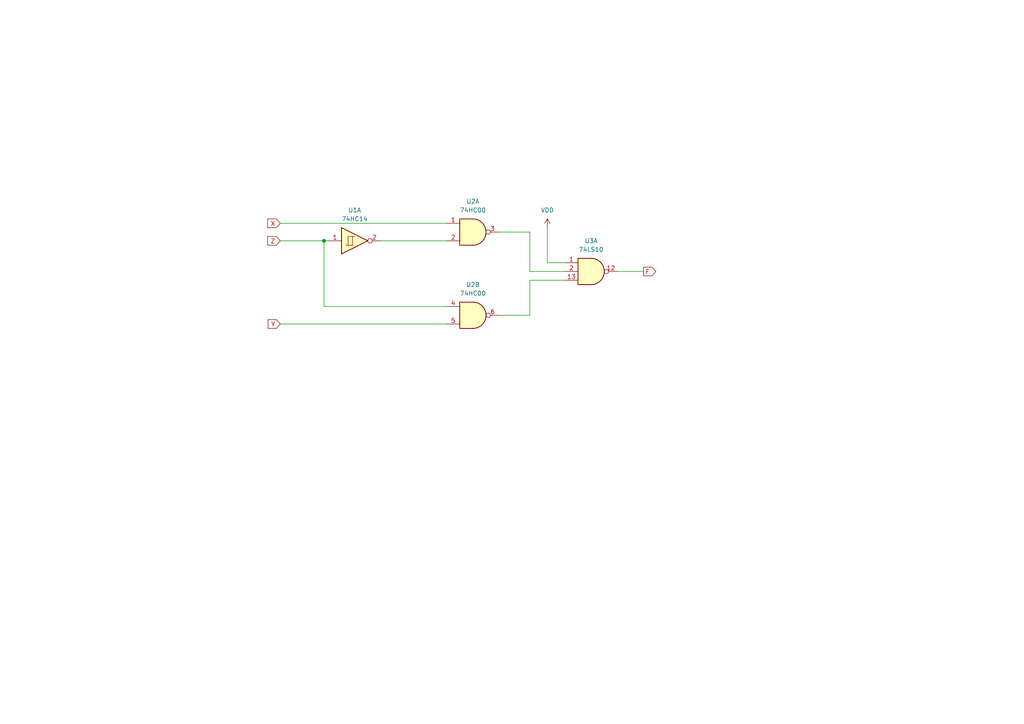
<source format=kicad_sch>
(kicad_sch (version 20211123) (generator eeschema)
  (paper "A4")
  (lib_symbols
    (symbol "74xx:74HC00" (pin_names (offset 1.016))
      (property "Reference" "U" (at 0 1.27 0))
      (property "Value" "74HC00" (at 0 -1.27 0))
      (symbol "74HC00_1_1"
        (arc (start 0 -3.81) (mid 3.81 0) (end 0 3.81) (stroke (width 0.254)) (fill (type background)))
        (polyline (pts (xy 0 3.81) (xy -3.81 3.81) (xy -3.81 -3.81) (xy 0 -3.81)) (stroke (width 0.254)) (fill (type background)))
        (pin input line (at -7.62 2.54 0) (length 3.81) (name "~") (number "1"))
        (pin input line (at -7.62 -2.54 0) (length 3.81) (name "~") (number "2"))
        (pin output inverted (at 7.62 0 180) (length 3.81) (name "~") (number "3"))
      )
      (symbol "74HC00_1_2"
        (arc (start -3.81 -3.81) (mid -2.589 0) (end -3.81 3.81) (stroke (width 0.254)))
        (arc (start -0.6096 -3.81) (mid 2.1855 -2.584) (end 3.81 0) (stroke (width 0.254)) (fill (type background)))
        (polyline (pts (xy -3.81 -3.81) (xy -0.635 -3.81)) (stroke (width 0.254)) (fill (type background)))
        (polyline (pts (xy -3.81 3.81) (xy -0.635 3.81)) (stroke (width 0.254)) (fill (type background)))
        (polyline (pts (xy -0.635 3.81) (xy -3.81 3.81) (xy -3.81 3.81) (xy -3.556 3.4036) (xy -3.0226 2.2606) (xy -2.6924 1.0414) (xy -2.6162 -0.254) (xy -2.7686 -1.4986) (xy -3.175 -2.7178) (xy -3.81 -3.81) (xy -3.81 -3.81) (xy -0.635 -3.81)) (stroke (width -25.4)) (fill (type background)))
        (arc (start 3.81 0) (mid 2.1928 2.5925) (end -0.6096 3.81) (stroke (width 0.254)) (fill (type background)))
        (pin input inverted (at -7.62 2.54 0) (length 4.318) (name "~") (number "1"))
        (pin input inverted (at -7.62 -2.54 0) (length 4.318) (name "~") (number "2"))
        (pin output line (at 7.62 0 180) (length 3.81) (name "~") (number "3"))
      )
      (symbol "74HC00_2_1"
        (arc (start 0 -3.81) (mid 3.81 0) (end 0 3.81) (stroke (width 0.254)) (fill (type background)))
        (polyline (pts (xy 0 3.81) (xy -3.81 3.81) (xy -3.81 -3.81) (xy 0 -3.81)) (stroke (width 0.254)) (fill (type background)))
        (pin input line (at -7.62 2.54 0) (length 3.81) (name "~") (number "4"))
        (pin input line (at -7.62 -2.54 0) (length 3.81) (name "~") (number "5"))
        (pin output inverted (at 7.62 0 180) (length 3.81) (name "~") (number "6"))
      )
      (symbol "74HC00_2_2"
        (arc (start -3.81 -3.81) (mid -2.589 0) (end -3.81 3.81) (stroke (width 0.254)))
        (arc (start -0.6096 -3.81) (mid 2.1855 -2.584) (end 3.81 0) (stroke (width 0.254)) (fill (type background)))
        (polyline (pts (xy -3.81 -3.81) (xy -0.635 -3.81)) (stroke (width 0.254)) (fill (type background)))
        (polyline (pts (xy -3.81 3.81) (xy -0.635 3.81)) (stroke (width 0.254)) (fill (type background)))
        (polyline (pts (xy -0.635 3.81) (xy -3.81 3.81) (xy -3.81 3.81) (xy -3.556 3.4036) (xy -3.0226 2.2606) (xy -2.6924 1.0414) (xy -2.6162 -0.254) (xy -2.7686 -1.4986) (xy -3.175 -2.7178) (xy -3.81 -3.81) (xy -3.81 -3.81) (xy -0.635 -3.81)) (stroke (width -25.4)) (fill (type background)))
        (arc (start 3.81 0) (mid 2.1928 2.5925) (end -0.6096 3.81) (stroke (width 0.254)) (fill (type background)))
        (pin input inverted (at -7.62 2.54 0) (length 4.318) (name "~") (number "4"))
        (pin input inverted (at -7.62 -2.54 0) (length 4.318) (name "~") (number "5"))
        (pin output line (at 7.62 0 180) (length 3.81) (name "~") (number "6"))
      )
      (symbol "74HC00_3_1"
        (arc (start 0 -3.81) (mid 3.81 0) (end 0 3.81) (stroke (width 0.254)) (fill (type background)))
        (polyline (pts (xy 0 3.81) (xy -3.81 3.81) (xy -3.81 -3.81) (xy 0 -3.81)) (stroke (width 0.254)) (fill (type background)))
        (pin input line (at -7.62 -2.54 0) (length 3.81) (name "~") (number "10"))
        (pin output inverted (at 7.62 0 180) (length 3.81) (name "~") (number "8"))
        (pin input line (at -7.62 2.54 0) (length 3.81) (name "~") (number "9"))
      )
      (symbol "74HC00_3_2"
        (arc (start -3.81 -3.81) (mid -2.589 0) (end -3.81 3.81) (stroke (width 0.254)))
        (arc (start -0.6096 -3.81) (mid 2.1855 -2.584) (end 3.81 0) (stroke (width 0.254)) (fill (type background)))
        (polyline (pts (xy -3.81 -3.81) (xy -0.635 -3.81)) (stroke (width 0.254)) (fill (type background)))
        (polyline (pts (xy -3.81 3.81) (xy -0.635 3.81)) (stroke (width 0.254)) (fill (type background)))
        (polyline (pts (xy -0.635 3.81) (xy -3.81 3.81) (xy -3.81 3.81) (xy -3.556 3.4036) (xy -3.0226 2.2606) (xy -2.6924 1.0414) (xy -2.6162 -0.254) (xy -2.7686 -1.4986) (xy -3.175 -2.7178) (xy -3.81 -3.81) (xy -3.81 -3.81) (xy -0.635 -3.81)) (stroke (width -25.4)) (fill (type background)))
        (arc (start 3.81 0) (mid 2.1928 2.5925) (end -0.6096 3.81) (stroke (width 0.254)) (fill (type background)))
        (pin input inverted (at -7.62 -2.54 0) (length 4.318) (name "~") (number "10"))
        (pin output line (at 7.62 0 180) (length 3.81) (name "~") (number "8"))
        (pin input inverted (at -7.62 2.54 0) (length 4.318) (name "~") (number "9"))
      )
      (symbol "74HC00_4_1"
        (arc (start 0 -3.81) (mid 3.81 0) (end 0 3.81) (stroke (width 0.254)) (fill (type background)))
        (polyline (pts (xy 0 3.81) (xy -3.81 3.81) (xy -3.81 -3.81) (xy 0 -3.81)) (stroke (width 0.254)) (fill (type background)))
        (pin output inverted (at 7.62 0 180) (length 3.81) (name "~") (number "11"))
        (pin input line (at -7.62 2.54 0) (length 3.81) (name "~") (number "12"))
        (pin input line (at -7.62 -2.54 0) (length 3.81) (name "~") (number "13"))
      )
      (symbol "74HC00_4_2"
        (arc (start -3.81 -3.81) (mid -2.589 0) (end -3.81 3.81) (stroke (width 0.254)))
        (arc (start -0.6096 -3.81) (mid 2.1855 -2.584) (end 3.81 0) (stroke (width 0.254)) (fill (type background)))
        (polyline (pts (xy -3.81 -3.81) (xy -0.635 -3.81)) (stroke (width 0.254)) (fill (type background)))
        (polyline (pts (xy -3.81 3.81) (xy -0.635 3.81)) (stroke (width 0.254)) (fill (type background)))
        (polyline (pts (xy -0.635 3.81) (xy -3.81 3.81) (xy -3.81 3.81) (xy -3.556 3.4036) (xy -3.0226 2.2606) (xy -2.6924 1.0414) (xy -2.6162 -0.254) (xy -2.7686 -1.4986) (xy -3.175 -2.7178) (xy -3.81 -3.81) (xy -3.81 -3.81) (xy -0.635 -3.81)) (stroke (width -25.4)) (fill (type background)))
        (arc (start 3.81 0) (mid 2.1928 2.5925) (end -0.6096 3.81) (stroke (width 0.254)) (fill (type background)))
        (pin output line (at 7.62 0 180) (length 3.81) (name "~") (number "11"))
        (pin input inverted (at -7.62 2.54 0) (length 4.318) (name "~") (number "12"))
        (pin input inverted (at -7.62 -2.54 0) (length 4.318) (name "~") (number "13"))
      )
      (symbol "74HC00_5_0"
        (pin power_in line (at 0 12.7 270) (length 5.08) (name "VCC") (number "14"))
        (pin power_in line (at 0 -12.7 90) (length 5.08) (name "GND") (number "7"))
      )
      (symbol "74HC00_5_1"
        (rectangle (start -5.08 7.62) (end 5.08 -7.62) (stroke (width 0.254)) (fill (type background)))
      )
    )
    (symbol "74xx:74HC14" (pin_names (offset 1.016))
      (property "Reference" "U" (at 0 1.27 0))
      (property "Value" "74HC14" (at 0 -1.27 0))
      (symbol "74HC14_1_0"
        (polyline (pts (xy -3.81 3.81) (xy -3.81 -3.81) (xy 3.81 0) (xy -3.81 3.81)) (stroke (width 0.254)) (fill (type background)))
        (pin input line (at -7.62 0 0) (length 3.81) (name "~") (number "1"))
        (pin output inverted (at 7.62 0 180) (length 3.81) (name "~") (number "2"))
      )
      (symbol "74HC14_1_1"
        (polyline (pts (xy -1.905 -1.27) (xy -1.905 1.27) (xy -0.635 1.27)))
        (polyline (pts (xy -2.54 -1.27) (xy -0.635 -1.27) (xy -0.635 1.27) (xy 0 1.27)))
      )
      (symbol "74HC14_2_0"
        (polyline (pts (xy -3.81 3.81) (xy -3.81 -3.81) (xy 3.81 0) (xy -3.81 3.81)) (stroke (width 0.254)) (fill (type background)))
        (pin input line (at -7.62 0 0) (length 3.81) (name "~") (number "3"))
        (pin output inverted (at 7.62 0 180) (length 3.81) (name "~") (number "4"))
      )
      (symbol "74HC14_2_1"
        (polyline (pts (xy -1.905 -1.27) (xy -1.905 1.27) (xy -0.635 1.27)))
        (polyline (pts (xy -2.54 -1.27) (xy -0.635 -1.27) (xy -0.635 1.27) (xy 0 1.27)))
      )
      (symbol "74HC14_3_0"
        (polyline (pts (xy -3.81 3.81) (xy -3.81 -3.81) (xy 3.81 0) (xy -3.81 3.81)) (stroke (width 0.254)) (fill (type background)))
        (pin input line (at -7.62 0 0) (length 3.81) (name "~") (number "5"))
        (pin output inverted (at 7.62 0 180) (length 3.81) (name "~") (number "6"))
      )
      (symbol "74HC14_3_1"
        (polyline (pts (xy -1.905 -1.27) (xy -1.905 1.27) (xy -0.635 1.27)))
        (polyline (pts (xy -2.54 -1.27) (xy -0.635 -1.27) (xy -0.635 1.27) (xy 0 1.27)))
      )
      (symbol "74HC14_4_0"
        (polyline (pts (xy -3.81 3.81) (xy -3.81 -3.81) (xy 3.81 0) (xy -3.81 3.81)) (stroke (width 0.254)) (fill (type background)))
        (pin output inverted (at 7.62 0 180) (length 3.81) (name "~") (number "8"))
        (pin input line (at -7.62 0 0) (length 3.81) (name "~") (number "9"))
      )
      (symbol "74HC14_4_1"
        (polyline (pts (xy -1.905 -1.27) (xy -1.905 1.27) (xy -0.635 1.27)))
        (polyline (pts (xy -2.54 -1.27) (xy -0.635 -1.27) (xy -0.635 1.27) (xy 0 1.27)))
      )
      (symbol "74HC14_5_0"
        (polyline (pts (xy -3.81 3.81) (xy -3.81 -3.81) (xy 3.81 0) (xy -3.81 3.81)) (stroke (width 0.254)) (fill (type background)))
        (pin output inverted (at 7.62 0 180) (length 3.81) (name "~") (number "10"))
        (pin input line (at -7.62 0 0) (length 3.81) (name "~") (number "11"))
      )
      (symbol "74HC14_5_1"
        (polyline (pts (xy -1.905 -1.27) (xy -1.905 1.27) (xy -0.635 1.27)))
        (polyline (pts (xy -2.54 -1.27) (xy -0.635 -1.27) (xy -0.635 1.27) (xy 0 1.27)))
      )
      (symbol "74HC14_6_0"
        (polyline (pts (xy -3.81 3.81) (xy -3.81 -3.81) (xy 3.81 0) (xy -3.81 3.81)) (stroke (width 0.254)) (fill (type background)))
        (pin output inverted (at 7.62 0 180) (length 3.81) (name "~") (number "12"))
        (pin input line (at -7.62 0 0) (length 3.81) (name "~") (number "13"))
      )
      (symbol "74HC14_6_1"
        (polyline (pts (xy -1.905 -1.27) (xy -1.905 1.27) (xy -0.635 1.27)))
        (polyline (pts (xy -2.54 -1.27) (xy -0.635 -1.27) (xy -0.635 1.27) (xy 0 1.27)))
      )
      (symbol "74HC14_7_0"
        (pin power_in line (at 0 12.7 270) (length 5.08) (name "VCC") (number "14"))
        (pin power_in line (at 0 -12.7 90) (length 5.08) (name "GND") (number "7"))
      )
      (symbol "74HC14_7_1"
        (rectangle (start -5.08 7.62) (end 5.08 -7.62) (stroke (width 0.254)) (fill (type background)))
      )
    )
    (symbol "74xx:74LS10" (pin_names (offset 1.016))
      (property "Reference" "U" (at 0 1.27 0))
      (property "Value" "74LS10" (at 0 -1.27 0))
      (symbol "74LS10_1_1"
        (arc (start 0 -3.81) (mid 3.81 0) (end 0 3.81) (stroke (width 0.254)) (fill (type background)))
        (polyline (pts (xy 0 3.81) (xy -3.81 3.81) (xy -3.81 -3.81) (xy 0 -3.81)) (stroke (width 0.254)) (fill (type background)))
        (pin input line (at -7.62 2.54 0) (length 3.81) (name "~") (number "1"))
        (pin output inverted (at 7.62 0 180) (length 3.81) (name "~") (number "12"))
        (pin input line (at -7.62 -2.54 0) (length 3.81) (name "~") (number "13"))
        (pin input line (at -7.62 0 0) (length 3.81) (name "~") (number "2"))
      )
      (symbol "74LS10_1_2"
        (arc (start -3.81 -3.81) (mid -2.589 0) (end -3.81 3.81) (stroke (width 0.254)))
        (arc (start -0.6096 -3.81) (mid 2.1855 -2.584) (end 3.81 0) (stroke (width 0.254)) (fill (type background)))
        (polyline (pts (xy -3.81 -3.81) (xy -0.635 -3.81)) (stroke (width 0.254)) (fill (type background)))
        (polyline (pts (xy -3.81 3.81) (xy -0.635 3.81)) (stroke (width 0.254)) (fill (type background)))
        (polyline (pts (xy -0.635 3.81) (xy -3.81 3.81) (xy -3.81 3.81) (xy -3.556 3.4036) (xy -3.0226 2.2606) (xy -2.6924 1.0414) (xy -2.6162 -0.254) (xy -2.7686 -1.4986) (xy -3.175 -2.7178) (xy -3.81 -3.81) (xy -3.81 -3.81) (xy -0.635 -3.81)) (stroke (width -25.4)) (fill (type background)))
        (arc (start 3.81 0) (mid 2.1928 2.5925) (end -0.6096 3.81) (stroke (width 0.254)) (fill (type background)))
        (pin input inverted (at -7.62 2.54 0) (length 4.318) (name "~") (number "1"))
        (pin output line (at 7.62 0 180) (length 3.81) (name "~") (number "12"))
        (pin input inverted (at -7.62 -2.54 0) (length 4.318) (name "~") (number "13"))
        (pin input inverted (at -7.62 0 0) (length 4.953) (name "~") (number "2"))
      )
      (symbol "74LS10_2_1"
        (arc (start 0 -3.81) (mid 3.81 0) (end 0 3.81) (stroke (width 0.254)) (fill (type background)))
        (polyline (pts (xy 0 3.81) (xy -3.81 3.81) (xy -3.81 -3.81) (xy 0 -3.81)) (stroke (width 0.254)) (fill (type background)))
        (pin input line (at -7.62 2.54 0) (length 3.81) (name "~") (number "3"))
        (pin input line (at -7.62 0 0) (length 3.81) (name "~") (number "4"))
        (pin input line (at -7.62 -2.54 0) (length 3.81) (name "~") (number "5"))
        (pin output inverted (at 7.62 0 180) (length 3.81) (name "~") (number "6"))
      )
      (symbol "74LS10_2_2"
        (arc (start -3.81 -3.81) (mid -2.589 0) (end -3.81 3.81) (stroke (width 0.254)))
        (arc (start -0.6096 -3.81) (mid 2.1855 -2.584) (end 3.81 0) (stroke (width 0.254)) (fill (type background)))
        (polyline (pts (xy -3.81 -3.81) (xy -0.635 -3.81)) (stroke (width 0.254)) (fill (type background)))
        (polyline (pts (xy -3.81 3.81) (xy -0.635 3.81)) (stroke (width 0.254)) (fill (type background)))
        (polyline (pts (xy -0.635 3.81) (xy -3.81 3.81) (xy -3.81 3.81) (xy -3.556 3.4036) (xy -3.0226 2.2606) (xy -2.6924 1.0414) (xy -2.6162 -0.254) (xy -2.7686 -1.4986) (xy -3.175 -2.7178) (xy -3.81 -3.81) (xy -3.81 -3.81) (xy -0.635 -3.81)) (stroke (width -25.4)) (fill (type background)))
        (arc (start 3.81 0) (mid 2.1928 2.5925) (end -0.6096 3.81) (stroke (width 0.254)) (fill (type background)))
        (pin input inverted (at -7.62 2.54 0) (length 4.318) (name "~") (number "3"))
        (pin input inverted (at -7.62 0 0) (length 4.953) (name "~") (number "4"))
        (pin input inverted (at -7.62 -2.54 0) (length 4.318) (name "~") (number "5"))
        (pin output line (at 7.62 0 180) (length 3.81) (name "~") (number "6"))
      )
      (symbol "74LS10_3_1"
        (arc (start 0 -3.81) (mid 3.81 0) (end 0 3.81) (stroke (width 0.254)) (fill (type background)))
        (polyline (pts (xy 0 3.81) (xy -3.81 3.81) (xy -3.81 -3.81) (xy 0 -3.81)) (stroke (width 0.254)) (fill (type background)))
        (pin input line (at -7.62 0 0) (length 3.81) (name "~") (number "10"))
        (pin input line (at -7.62 -2.54 0) (length 3.81) (name "~") (number "11"))
        (pin output inverted (at 7.62 0 180) (length 3.81) (name "~") (number "8"))
        (pin input line (at -7.62 2.54 0) (length 3.81) (name "~") (number "9"))
      )
      (symbol "74LS10_3_2"
        (arc (start -3.81 -3.81) (mid -2.589 0) (end -3.81 3.81) (stroke (width 0.254)))
        (arc (start -0.6096 -3.81) (mid 2.1855 -2.584) (end 3.81 0) (stroke (width 0.254)) (fill (type background)))
        (polyline (pts (xy -3.81 -3.81) (xy -0.635 -3.81)) (stroke (width 0.254)) (fill (type background)))
        (polyline (pts (xy -3.81 3.81) (xy -0.635 3.81)) (stroke (width 0.254)) (fill (type background)))
        (polyline (pts (xy -0.635 3.81) (xy -3.81 3.81) (xy -3.81 3.81) (xy -3.556 3.4036) (xy -3.0226 2.2606) (xy -2.6924 1.0414) (xy -2.6162 -0.254) (xy -2.7686 -1.4986) (xy -3.175 -2.7178) (xy -3.81 -3.81) (xy -3.81 -3.81) (xy -0.635 -3.81)) (stroke (width -25.4)) (fill (type background)))
        (arc (start 3.81 0) (mid 2.1928 2.5925) (end -0.6096 3.81) (stroke (width 0.254)) (fill (type background)))
        (pin input inverted (at -7.62 0 0) (length 4.953) (name "~") (number "10"))
        (pin input inverted (at -7.62 -2.54 0) (length 4.318) (name "~") (number "11"))
        (pin output line (at 7.62 0 180) (length 3.81) (name "~") (number "8"))
        (pin input inverted (at -7.62 2.54 0) (length 4.318) (name "~") (number "9"))
      )
      (symbol "74LS10_4_0"
        (pin power_in line (at 0 12.7 270) (length 5.08) (name "VCC") (number "14"))
        (pin power_in line (at 0 -12.7 90) (length 5.08) (name "GND") (number "7"))
      )
      (symbol "74LS10_4_1"
        (rectangle (start -5.08 7.62) (end 5.08 -7.62) (stroke (width 0.254)) (fill (type background)))
      )
    )
    (symbol "power:VDD" (power) (pin_names (offset 0))
      (property "Value" "VDD" (at 0 3.81 0))
      (symbol "VDD_0_1"
        (polyline (pts (xy -0.762 1.27) (xy 0 2.54)))
        (polyline (pts (xy 0 0) (xy 0 2.54)))
        (polyline (pts (xy 0 2.54) (xy 0.762 1.27)))
      )
      (symbol "VDD_1_1"
        (pin power_in line (at 0 0 90) (length 0) hide (name "VDD") (number "1"))
      )
    )
  )
  (junction (at 93.98 69.85))
  (wire (pts (xy 158.75 76.2) (xy 158.75 66.04)))
  (wire (pts (xy 153.67 67.31) (xy 153.67 78.74)))
  (wire (pts (xy 153.67 91.44) (xy 153.67 81.28)))
  (wire (pts (xy 93.98 88.9) (xy 93.98 69.85)))
  (wire (pts (xy 179.07 78.74) (xy 186.69 78.74)))
  (wire (pts (xy 81.28 64.77) (xy 129.54 64.77)))
  (wire (pts (xy 144.78 91.44) (xy 153.67 91.44)))
  (wire (pts (xy 110.49 69.85) (xy 129.54 69.85)))
  (wire (pts (xy 93.98 69.85) (xy 95.25 69.85)))
  (wire (pts (xy 144.78 67.31) (xy 153.67 67.31)))
  (wire (pts (xy 153.67 81.28) (xy 163.83 81.28)))
  (wire (pts (xy 81.28 93.98) (xy 129.54 93.98)))
  (wire (pts (xy 81.28 69.85) (xy 93.98 69.85)))
  (wire (pts (xy 153.67 78.74) (xy 163.83 78.74)))
  (wire (pts (xy 129.54 88.9) (xy 93.98 88.9)))
  (wire (pts (xy 163.83 76.2) (xy 158.75 76.2)))
  (global_label "F" (shape output) (at 186.69 78.74 0) (property "Intersheet References" "${INTERSHEET_REFS}" (effects hide)))
  (global_label "X" (shape input) (at 81.28 64.77 180) (property "Intersheet References" "${INTERSHEET_REFS}" (effects hide)))
  (global_label "Y" (shape input) (at 81.28 93.98 180) (property "Intersheet References" "${INTERSHEET_REFS}" (effects hide)))
  (global_label "Z" (shape input) (at 81.28 69.85 180) (property "Intersheet References" "${INTERSHEET_REFS}" (effects hide)))
  (symbol (lib_id "74xx:74HC00") (at 137.16 91.44 0) (unit 2)
    (property "Reference" "U2" (at 137.16 82.55 0))
    (property "Value" "74HC00" (at 137.16 85.09 0))
    (property "Datasheet" "http://www.ti.com/lit/gpn/sn74hc00" (effects hide))
  )
  (symbol (lib_id "74xx:74HC00") (at 137.16 67.31 0) (unit 1)
    (property "Reference" "U2" (at 137.16 58.42 0))
    (property "Value" "74HC00" (at 137.16 60.96 0))
    (property "Datasheet" "http://www.ti.com/lit/gpn/sn74hc00" (effects hide))
  )
  (symbol (lib_id "74xx:74HC14") (at 102.87 69.85 0) (unit 1)
    (property "Reference" "U1" (at 102.87 60.96 0))
    (property "Value" "74HC14" (at 102.87 63.5 0))
    (property "Datasheet" "http://www.ti.com/lit/gpn/sn74HC14" (effects hide))
  )
  (symbol (lib_id "power:VDD") (at 158.75 66.04 0) (unit 1)
    (property "Reference" "#PWR?" (effects hide))
    (property "Value" "VDD" (at 158.75 60.96 0))
  )
  (symbol (lib_id "74xx:74LS10") (at 171.45 78.74 0) (unit 1)
    (property "Reference" "U3" (at 171.45 69.85 0))
    (property "Value" "74LS10" (at 171.45 72.39 0))
    (property "Datasheet" "http://www.ti.com/lit/gpn/sn74LS10" (effects hide))
  )
)
</source>
